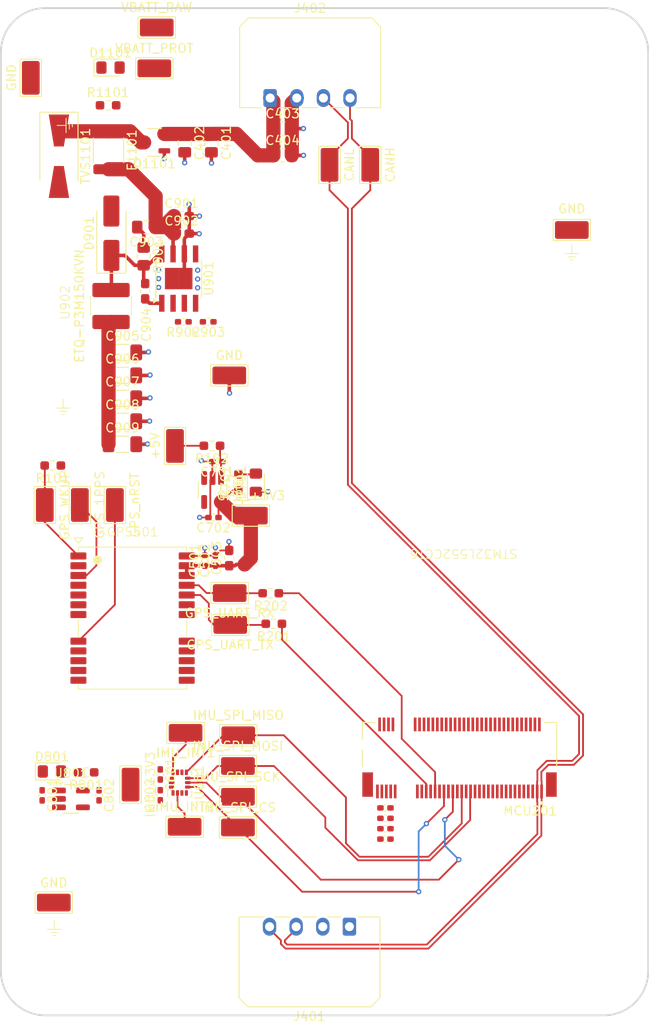
<source format=kicad_pcb>
(kicad_pcb (version 20241229) (generator "pcbnew") (generator_version "9.0")
  (layers (0 "F.Cu" signal) (4 "In1.Cu" signal) (6 "In2.Cu" signal) (2 "B.Cu" signal) (13 "F.Paste" user) (15 "B.Paste" user) (5 "F.SilkS" user "F.Silkscreen") (7 "B.SilkS" user "B.Silkscreen") (1 "F.Mask" user) (3 "B.Mask" user) (25 "Edge.Cuts" user))
  (net 0 "")
  (net 1 "/Main IO/VBATT+")
  (net 2 "GND")
  (net 3 "/GPS/PP3300_GPS_VCC")
  (net 4 "/IMU/PP3300_IMU_VDD")
  (net 5 "+5V")
  (net 6 "/Power/5V Buck/PPVAR_VBATT_PROT")
  (net 7 "/Power/5V Buck/Rsnub")
  (net 8 "/Power/5V Buck/SWITCH_NODE")
  (net 9 "Net-(D801-A)")
  (net 10 "Net-(U901-BOOT)")
  (net 11 "Net-(D701-A)")
  (net 12 "/Power/5V Buck/BUCK_VSENSE")
  (net 13 "/IMU_SPI.MOSI")
  (net 14 "/IMU_SPI.CS")
  (net 17 "/IMU/IMU_INT2")
  (net 18 "/IMU_SPI.MISO")
  (net 19 "/IMU/IMU_INT1")
  (net 20 "/IMU_SPI.SCK")
  (net 21 "/GPS/GPS_LDO_EN")
  (net 23 "/IMU/GPS Power/LDO_EN")
  (net 24 "Net-(D1101-A)")
  (net 25 "Net-(Q1101-D)")
  (net 26 "/GPS/GPS_VDD_RF")
  (net 32 "/GPS/GPS_UART.RX")
  (net 34 "/GPS/GPS_UART.TX")
  (net 36 "/GPS/GPS_nRST")
  (net 40 "/GPS/GPS_ANT_ON")
  (net 41 "/GPS/GPS_1PPS")
  (net 42 "/GPS/GPS_WKUP")
  (net 43 "/GPS/GPS_ANTENNA")
  (net 69 "/GPS/PP5000_GPS_VSUPP")
  (net 70 "/Microcontroller/GPS_WKUP")
  (net 71 "Net-(MCU201A-PA1)")
  (net 72 "Net-(MCU201A-PA0)")
  (net 73 "/CAN-")
  (net 74 "/CAN+")
  (footprint "bfr_utilities:TestPoint_Keystone_5019_Miniature" (layer "F.Cu") (at 66.42 124.783334 180)
    (property "Reference" "TP607" (hide yes))
    (property "Value" "IMU_SPI_SCK")
  )
  (footprint "bfr_utilities:TestPoint_Keystone_5019_Miniature" (layer "F.Cu") (at 65.45 77.310001)
    (property "Reference" "TP308" (hide yes))
    (property "Value" "GND")
  )
  (footprint "Diode_SMD:D_0805_2012Metric_Pad1.15x1.40mm_HandSolder" (layer "F.Cu") (at 45.46 121.933334)
    (property "Reference" "D801")
    (property "Value" "Green")
  )
  (footprint "Resistor_SMD:R_0603_1608Metric_Pad0.98x0.95mm_HandSolder" (layer "F.Cu") (at 70.11625 101.85375 180)
    (property "Reference" "R202")
    (property "Value" "0")
  )
  (footprint "bfr_utilities:TestPoint_Keystone_5019_Miniature" (layer "F.Cu") (at 54.32 123.413334 90)
    (property "Reference" "TP601" (hide yes))
    (property "Value" "IMU_+3V3")
  )
  (footprint "bfr_utilities:TestPoint_Keystone_5019_Miniature" (layer "F.Cu") (at 66.46 117.856666 180)
    (property "Reference" "TP605" (hide yes))
    (property "Value" "IMU_SPI_MISO")
  )
  (footprint "bfr_utilities:TestPoint_Keystone_5019_Miniature" (layer "F.Cu") (at 59.32625 85.256249 -90)
    (property "Reference" "TP303" (hide yes))
    (property "Value" "+5V")
  )
  (footprint "Capacitor_SMD:C_0402_1005Metric_Pad0.74x0.62mm_HandSolder" (layer "F.Cu") (at 50.77 124.623333 -90)
    (property "Reference" "C802")
    (property "Value" "2.2u")
  )
  (footprint "Diode_SMD:D_0805_2012Metric_Pad1.15x1.40mm_HandSolder" (layer "F.Cu") (at 52.0625 42.63)
    (property "Reference" "D1101")
    (property "Value" "Green")
  )
  (footprint "Capacitor_SMD:C_0805_2012Metric_Pad1.18x1.45mm_HandSolder" (layer "F.Cu") (at 56.11 60.605002 180)
    (property "Reference" "C903")
    (property "Value" "1.8p")
  )
  (footprint "Resistor_SMD:R_0603_1608Metric_Pad0.98x0.95mm_HandSolder" (layer "F.Cu") (at 66.463751 89.371249 90)
    (property "Reference" "R701")
    (property "Value" "120")
  )
  (footprint "Diode_SMD:D_SMA-SMB_Universal_Handsoldering" (layer "F.Cu") (at 46.25 52.62 -90)
    (property "Reference" "TVS1101")
    (property "Value" "16Vrwm")
  )
  (footprint "Capacitor_SMD:C_0603_1608Metric_Pad1.08x0.95mm_HandSolder" (layer "F.Cu") (at 60.072501 61.335)
    (property "Reference" "C902")
    (property "Value" "22u")
  )
  (footprint "bfr_utilities:TestPoint_Keystone_5019_Miniature" (layer "F.Cu") (at 44.65625 91.91375 90)
    (property "Reference" "TP503" (hide yes))
    (property "Value" "GPS_WKUP")
  )
  (footprint "Resistor_SMD:R_0805_2012Metric_Pad1.20x1.40mm_HandSolder" (layer "F.Cu") (at 55.8 63.905 -90)
    (property "Reference" "R901")
    (property "Value" "180k")
  )
  (footprint "Resistor_SMD:R_0603_1608Metric_Pad0.98x0.95mm_HandSolder" (layer "F.Cu") (at 45.55625 87.46375 180)
    (property "Reference" "R101")
    (property "Value" "0")
  )
  (footprint "Fuse:Fuse_1812_4532Metric" (layer "F.Cu") (at 51.83 51.9475 -90)
    (property "Reference" "F1101")
    (property "Value" "500mA")
  )
  (footprint "Capacitor_SMD:C_0402_1005Metric_Pad0.74x0.62mm_HandSolder" (layer "F.Cu") (at 57.67 124.608334 90)
    (property "Reference" "C602")
    (property "Value" "100n")
  )
  (footprint "Package_LGA:LGA-14_3x2.5mm_P0.5mm_LayoutBorder3x4y" (layer "F.Cu") (at 59.8575 123.19083 -90)
    (property "Reference" "U601")
    (property "Value" "LSM6DSOTR")
  )
  (footprint "Capacitor_SMD:C_0402_1005Metric_Pad0.74x0.62mm_HandSolder" (layer "F.Cu") (at 44.36 124.623334 -90)
    (property "Reference" "C801")
    (property "Value" "2.2u")
  )
  (footprint "Capacitor_SMD:C_0402_1005Metric_Pad0.74x0.62mm_HandSolder" (layer "F.Cu") (at 83.042496 126.038747 180)
    (property "Reference" "C204" (hide yes))
    (property "Value" "100n")
  )
  (footprint "bfr_inductors:BWVS005050404R7M00" (layer "F.Cu") (at 52.12 69.495 -90)
    (property "Reference" "U902")
    (property "Value" "ETQ-P3M150KVN")
  )
  (footprint "Resistor_SMD:R_0402_1005Metric_Pad0.72x0.64mm_HandSolder" (layer "F.Cu") (at 63.067502 71.275 180)
    (property "Reference" "R903")
    (property "Value" "3.3k")
  )
  (footprint "bfr_utilities:TestPoint_Keystone_5019_Miniature" (layer "F.Cu") (at 45.67 136.702499)
    (property "Reference" "TP305" (hide yes))
    (property "Value" "GND")
  )
  (footprint "Capacitor_SMD:C_0603_1608Metric_Pad1.08x0.95mm_HandSolder" (layer "F.Cu") (at 60.072501 59.365)
    (property "Reference" "C901")
    (property "Value" "22u")
  )
  (footprint "Connector_Molex:Molex_Micro-Fit_3.0_43650-0400_1x04_P3.00mm_Horizontal" (layer "F.Cu") (at 70.05 46.06)
    (property "Reference" "J402")
    (property "Value" "Connector")
  )
  (footprint "Capacitor_SMD:C_0402_1005Metric_Pad0.74x0.62mm_HandSolder" (layer "F.Cu") (at 57.67 122.270834 -90)
    (property "Reference" "C601")
    (property "Value" "100n")
  )
  (footprint "bfr_utilities:TestPoint_Keystone_5019_Miniature" (layer "F.Cu") (at 66.42 128.246665 180)
    (property "Reference" "TP604" (hide yes))
    (property "Value" "IMU_SPI_CS")
  )
  (footprint "bfr_utilities:TestPoint_Keystone_5019_Miniature" (layer "F.Cu") (at 48.60625 91.91375 90)
    (property "Reference" "TP504" (hide yes))
    (property "Value" "GPS_1PPS")
  )
  (footprint "Capacitor_SMD:C_0603_1608Metric_Pad1.08x0.95mm_HandSolder" (layer "F.Cu") (at 55.97 67.825 90)
    (property "Reference" "C904")
    (property "Value" "10n")
  )
  (footprint "bfr_utilities:TestPoint_Keystone_5019_Miniature" (layer "F.Cu") (at 76.74 53.59 90)
    (property "Reference" "TP206" (hide yes))
    (property "Value" "CANL")
  )
  (footprint "Capacitor_SMD:C_0805_2012Metric_Pad1.18x1.45mm_HandSolder" (layer "F.Cu") (at 60.420001 51.1375 -90)
    (property "Reference" "C402")
    (property "Value" "22u")
  )
  (footprint "Capacitor_SMD:C_0805_2012Metric_Pad1.18x1.45mm_HandSolder" (layer "F.Cu") (at 63.43 51.1375 -90)
    (property "Reference" "C401")
    (property "Value" "22u")
  )
  (footprint "Capacitor_SMD:C_0402_1005Metric_Pad0.74x0.62mm_HandSolder" (layer "F.Cu") (at 83.042496 129.5525 180)
    (property "Reference" "C201" (hide yes))
    (property "Value" "100n")
  )
  (footprint "Capacitor_SMD:C_0402_1005Metric_Pad0.74x0.62mm_HandSolder" (layer "F.Cu") (at 83.042499 128.38125 180)
    (property "Reference" "C202" (hide yes))
    (property "Value" "100n")
  )
  (footprint "Resistor_SMD:R_0603_1608Metric_Pad0.98x0.95mm_HandSolder" (layer "F.Cu") (at 49.31 122.033334 180)
    (property "Reference" "R801")
    (property "Value" "120")
  )
  (footprint "Capacitor_SMD:C_1206_3216Metric_Pad1.33x1.80mm_HandSolder" (layer "F.Cu") (at 53.4 79.895)
    (property "Reference" "C907")
    (property "Value" "100u")
  )
  (footprint "Resistor_SMD:R_0603_1608Metric_Pad0.98x0.95mm_HandSolder" (layer "F.Cu") (at 70.46625 105.29375 180)
    (property "Reference" "R201")
    (property "Value" "0")
  )
  (footprint "Package_TO_SOT_SMD:SOT-23-5_HandSoldering" (layer "F.Cu") (at 47.6 125.023335)
    (property "Reference" "U801")
    (property "Value" "TPS7A2033PDBVR")
  )
  (footprint "Diode_SMD:D_SMA_Handsoldering" (layer "F.Cu") (at 52.16 61.2925 90)
    (property "Reference" "D901")
    (property "Value" "550m")
  )
  (footprint "bfr_utilities:TestPoint_Keystone_5019_Miniature" (layer "F.Cu") (at 57 42.715 180)
    (property "Reference" "TP302" (hide yes))
    (property "Value" "VBATT_PROT")
  )
  (footprint "Resistor_SMD:R_0603_1608Metric_Pad0.98x0.95mm_HandSolder" (layer "F.Cu") (at 51.79 46.88)
    (property "Reference" "R1101")
    (property "Value" "1.8k")
  )
  (footprint "Capacitor_SMD:C_0603_1608Metric_Pad1.08x0.95mm_HandSolder" (layer "F.Cu") (at 65.43625 97.891248 90)
    (property "Reference" "C503")
    (property "Value" "4.7u")
  )
  (footprint "bfr_utilities:TestPoint_Keystone_5019_Miniature" (layer "F.Cu") (at 65.55625 105.42375)
    (property "Reference" "TP502" (hide yes))
    (property "Value" "GPS_UART_TX")
  )
  (footprint "bfr_sensors:Quectel LC49" (layer "F.Cu") (at 54.54625 104.653749)
    (property "Reference" "GPS501")
    (property "Value" "LC29HEAMD")
  )
  (footprint "Package_TO_SOT_SMD:SOT-23-5_HandSoldering" (layer "F.Cu") (at 63.56375 90.221249 -90)
    (property "Reference" "U701")
    (property "Value" "TPS7A2033PDBVR")
  )
  (footprint "Capacitor_SMD:C_0805_2012Metric_Pad1.18x1.45mm_HandSolder" (layer "F.Cu") (at 71.45 49.51)
    (property "Reference" "C403")
    (property "Value" "22u")
  )
  (footprint "bfr_utilities:TestPoint_Keystone_5019_Miniature" (layer "F.Cu") (at 52.55625 91.91375 90)
    (property "Reference" "TP505" (hide yes))
    (property "Value" "GPS_nRST")
  )
  (footprint "bfr_utilities:TestPoint_Keystone_5019_Miniature" (layer "F.Cu") (at 81.33 53.59 90)
    (property "Reference" "TP205" (hide yes))
    (property "Value" "CANH")
  )
  (footprint "Diode_SMD:D_0805_2012Metric_Pad1.15x1.40mm_HandSolder" (layer "F.Cu") (at 68.443751 89.398749 90)
    (property "Reference" "D701")
    (property "Value" "Green")
  )
  (footprint "Resistor_SMD:R_0603_1608Metric_Pad0.98x0.95mm_HandSolder" (layer "F.Cu") (at 63.49625 85.236249 180)
    (property "Reference" "R102")
    (property "Value" "0")
  )
  (footprint "bfr_utilities:TestPoint_Keystone_5019_Miniature" (layer "F.Cu") (at 65.48625 101.83375)
    (property "Reference" "TP501" (hide yes))
    (property "Value" "GPS_UART_RX")
  )
  (footprint "Capacitor_SMD:C_0402_1005Metric_Pad0.74x0.62mm_HandSolder" (layer "F.Cu") (at 83.042496 127.209998 180)
    (property "Reference" "C203" (hide yes))
    (property "Value" "100n")
  )
  (footprint "bfr_utilities:TestPoint_Keystone_5019_Miniature" (layer "F.Cu") (at 57.27 38.115 180)
    (property "Reference" "TP301" (hide yes))
    (property "Value" "VBATT_RAW")
  )
  (footprint "bfr_utilities:TestPoint_Keystone_5019_Miniature" (layer "F.Cu") (at 66.42 121.32 180)
    (property "Reference" "TP606" (hide yes))
    (property "Value" "IMU_SPI_MOSI")
  )
  (footprint "Capacitor_SMD:C_0402_1005Metric_Pad0.74x0.62mm_HandSolder" (layer "F.Cu") (at 64.10375 87.02125 180)
    (property "Reference" "C701")
    (property "Value" "2.2u")
  )
  (footprint "Package_TO_SOT_SMD:SOT-23-3" (layer "F.Cu") (at 56.99 51.06 180)
    (property "Reference" "Q1101")
    (property "Value" "SI2301CDS-T1-GE3")
  )
  (footprint "Capacitor_SMD:C_1206_3216Metric_Pad1.33x1.80mm_HandSolder" (layer "F.Cu") (at 53.400001 85.065)
    (property "Reference" "C909")
    (property "Value" "100u")
  )
  (footprint "Capacitor_SMD:C_0402_1005Metric_Pad0.74x0.62mm_HandSolder" (layer "F.Cu") (at 63.86625 98.186249 90)
    (property "Reference" "C502")
    (property "Value" "100n")
  )
  (footprint "bfr_utilities:TestPoint_Keystone_5019_Miniature" (layer "F.Cu") (at 67.87375 93.108749 180)
    (property "Reference" "TP506" (hide yes))
    (property "Value" "GPS_+3V3")
  )
  (footprint "Capacitor_SMD:C_0402_1005Metric_Pad0.74x0.62mm_HandSolder" (layer "F.Cu") (at 62.68625 98.186249 90)
    (property "Reference" "C501")
    (property "Value" "33p")
  )
  (footprint "Capacitor_SMD:C_1206_3216Metric_Pad1.33x1.80mm_HandSolder" (layer "F.Cu") (at 53.4 74.725001)
    (property "Reference" "C905")
    (property "Value" "100u")
  )
  (footprint "bfr_utilities:TestPoint_Keystone_5019_Miniature" (layer "F.Cu") (at 43.08 43.785 90)
    (property "Reference" "TP307" (hide yes))
    (property "Value" "GND")
  )
  (footprint "Package_SO:TI_SO-PowerPAD-8" (layer "F.Cu") (at 59.745 66.4025 90)
    (property "Reference" "U901")
    (property "Value" "TPS5430DDAR")
  )
  (footprint "Capacitor_SMD:C_0402_1005Metric_Pad0.74x0.62mm_HandSolder" (layer "F.Cu") (at 63.66375 93.321249 180)
    (property "Reference" "C702")
    (property "Value" "2.2u")
  )
  (footprint "bfr_utilities:TestPoint_Keystone_5019_Miniature" (layer "F.Cu") (at 104.04 60.93)
    (property "Reference" "TP306" (hide yes))
    (property "Value" "GND")
  )
  (footprint "bfr_utilities:TestPoint_Keystone_5019_Miniature" (layer "F.Cu") (at 60.52 117.583334)
    (property "Reference" "TP603" (hide yes))
    (property "Value" "IMU_INT1")
  )
  (footprint "Capacitor_SMD:C_1206_3216Metric_Pad1.33x1.80mm_HandSolder" (layer "F.Cu") (at 53.4 82.48)
    (property "Reference" "C908")
    (property "Value" "100u")
  )
  (footprint "Resistor_SMD:R_0402_1005Metric_Pad0.72x0.64mm_HandSolder" (layer "F.Cu") (at 60.267501 71.275 180)
    (property "Reference" "R902")
    (property "Value" "10k")
  )
  (footprint "bfr_utilities:TestPoint_Keystone_5019_Miniature" (layer "F.Cu") (at 60.41 128.166666 180)
    (property "Reference" "TP602" (hide yes))
    (property "Value" "IMU_INT2")
  )
  (footprint "Capacitor_SMD:C_0805_2012Metric_Pad1.18x1.45mm_HandSolder" (layer "F.Cu") (at 71.45 52.52)
    (property "Reference" "C404")
    (property "Value" "22u")
  )
  (footprint "Capacitor_SMD:C_1206_3216Metric_Pad1.33x1.80mm_HandSolder" (layer "F.Cu") (at 53.4 77.310001)
    (property "Reference" "C906")
    (property "Value" "100u")
  )
  (footprint "Connector_Molex:Molex_Micro-Fit_3.0_43650-0400_1x04_P3.00mm_Horizontal" (layer "F.Cu") (at 78.98 139.42 180)
    (property "Reference" "J401")
    (property "Value" "Connector")
  )
  (footprint "bfr_connectors:TE_1-2199119-5" (layer "F.Cu") (at 91.385 120.41 180)
    (property "Reference" "MCU201")
    (property "Value" "Krill")
  )
  (gr_line (start 46.87 81.71) (end 46.55 81.71) (stroke (width 0.1)) (layer "F.SilkS"))
  (gr_line (start 46.05 49.15) (end 47.05 49.15) (stroke (width 0.1)) (layer "F.SilkS"))
  (gr_line (start 47.76 49) (end 47.76 49.32) (stroke (width 0.1)) (layer "F.SilkS"))
  (gr_line (start 47.42 48.73) (end 47.42 49.56) (stroke (width 0.1)) (layer "F.SilkS"))
  (gr_line (start 46.14 140.09) (end 45.31 140.09) (stroke (width 0.1)) (layer "F.SilkS"))
  (gr_line (start 104.835 63.59) (end 103.225 63.59) (stroke (width 0.1)) (layer "F.SilkS"))
  (gr_line (start 47.525 81) (end 45.915 81) (stroke (width 0.1)) (layer "F.SilkS"))
  (gr_line (start 47.05 48.345) (end 47.05 49.955) (stroke (width 0.1)) (layer "F.SilkS"))
  (gr_line (start 46.525 139.72) (end 44.915 139.72) (stroke (width 0.1)) (layer "F.SilkS"))
  (gr_line (start 47.14 81.37) (end 46.31 81.37) (stroke (width 0.1)) (layer "F.SilkS"))
  (gr_line (start 45.87 140.43) (end 45.55 140.43) (stroke (width 0.1)) (layer "F.SilkS"))
  (gr_line (start 46.72 80) (end 46.72 81) (stroke (width 0.1)) (layer "F.SilkS"))
  (gr_line (start 104.03 62.59) (end 104.03 63.59) (stroke (width 0.1)) (layer "F.SilkS"))
  (gr_line (start 45.72 138.72) (end 45.72 139.72) (stroke (width 0.1)) (layer "F.SilkS"))
  (gr_line (start 104.45 63.96) (end 103.62 63.96) (stroke (width 0.1)) (layer "F.SilkS"))
  (gr_line (start 104.18 64.3) (end 103.86 64.3) (stroke (width 0.1)) (layer "F.SilkS"))
  (gr_arc (start 107.65 35.93) (mid 111.185534 37.394466) (end 112.65 40.93) (stroke (width 0.2)) (layer "Edge.Cuts"))
  (gr_arc (start 39.71 40.93) (mid 41.174466 37.394466) (end 44.71 35.93) (stroke (width 0.2)) (layer "Edge.Cuts"))
  (gr_line (start 39.71 144.41) (end 39.71 40.93) (stroke (width 0.2)) (layer "Edge.Cuts"))
  (gr_line (start 44.71 35.93) (end 107.65 35.93) (stroke (width 0.2)) (layer "Edge.Cuts"))
  (gr_line (start 107.65 149.41) (end 44.71 149.41) (stroke (width 0.2)) (layer "Edge.Cuts"))
  (gr_arc (start 44.71 149.41) (mid 41.174466 147.945534) (end 39.71 144.41) (stroke (width 0.2)) (layer "Edge.Cuts"))
  (gr_arc (start 112.65 144.41) (mid 111.185534 147.945534) (end 107.65 149.41) (stroke (width 0.2)) (layer "Edge.Cuts"))
  (gr_line (start 112.65 40.93) (end 112.65 144.41) (stroke (width 0.2)) (layer "Edge.Cuts"))
  (via (at 61.88 65.46) (size 0.6) (drill 0.3) (layers "F.Cu" "B.Cu") (net 0))
  (via (at 57.48 65.42) (size 0.6) (drill 0.3) (layers "F.Cu" "B.Cu") (net 0))
  (via (at 57.48 66.41) (size 0.6) (drill 0.3) (layers "F.Cu" "B.Cu") (net 0))
  (via (at 57.48 67.4) (size 0.6) (drill 0.3) (layers "F.Cu" "B.Cu") (net 0))
  (via (at 61.88 67.44) (size 0.6) (drill 0.3) (layers "F.Cu" "B.Cu") (net 0))
  (via (at 61.88 66.45) (size 0.6) (drill 0.3) (layers "F.Cu" "B.Cu") (net 0))
  (segment (start 70.4125 46.4225) (end 70.05 46.06) (width 1.6) (layer "F.Cu") (net 1))
  (segment (start 58.1275 50.110001) (end 63.419999 50.110001) (width 1.6) (layer "F.Cu") (net 1))
  (segment (start 70.4125 52.52) (end 70.4125 46.4225) (width 1.6) (layer "F.Cu") (net 1))
  (segment (start 66.24 50.1) (end 63.43 50.1) (width 1.6) (layer "F.Cu") (net 1))
  (segment (start 68.66 52.52) (end 66.24 50.1) (width 1.6) (layer "F.Cu") (net 1))
  (segment (start 63.419999 50.110001) (end 63.43 50.1) (width 0.2) (layer "F.Cu") (net 1))
  (segment (start 70.4125 52.52) (end 68.66 52.52) (width 1.6) (layer "F.Cu") (net 1))
  (segment (start 62.546251 97.653749) (end 60.64625 97.653749) (width 0.2) (layer "F.Cu") (net 2))
  (segment (start 63.53625 87.02125) (end 63.53625 88.843749) (width 0.2) (layer "F.Cu") (net 2))
  (segment (start 64.456252 97.028747) (end 63.86625 97.618749) (width 0.2) (layer "F.Cu") (net 2))
  (segment (start 63.09625 93.321249) (end 62.113749 93.321249) (width 0.2) (layer "F.Cu") (net 2))
  (segment (start 56.215 85.065) (end 56.24 85.04) (width 0.4) (layer "F.Cu") (net 2))
  (segment (start 72.4875 52.52) (end 73.8 52.52) (width 0.4) (layer "F.Cu") (net 2))
  (segment (start 60.935002 58.055002) (end 60.92 58.04) (width 0.4) (layer "F.Cu") (net 2))
  (segment (start 54.9625 79.895) (end 56.465 79.895) (width 0.4) (layer "F.Cu") (net 2))
  (segment (start 63.86625 97.618749) (end 62.68625 97.618749) (width 0.2) (layer "F.Cu") (net 2))
  (segment (start 60.935002 59.365) (end 60.935002 58.055002) (width 0.4) (layer "F.Cu") (net 2))
  (segment (start 60.935002 59.365) (end 62.075 59.365) (width 0.4) (layer "F.Cu") (net 2))
  (segment (start 62.68625 97.618749) (end 62.68625 96.75375) (width 0.2) (layer "F.Cu") (net 2))
  (segment (start 54.9625 74.725001) (end 56.284999 74.725001) (width 0.4) (layer "F.Cu") (net 2))
  (segment (start 54.962501 85.065) (end 56.215 85.065) (width 0.4) (layer "F.Cu") (net 2))
  (segment (start 58.1275 52.8825) (end 58.12 52.89) (width 0.2) (layer "F.Cu") (net 2))
  (segment (start 69.806252 90.423748) (end 69.81625 90.41375) (width 0.2) (layer "F.Cu") (net 2))
  (segment (start 60.935002 61.335) (end 62.035 61.335) (width 0.4) (layer "F.Cu") (net 2))
  (segment (start 68.443751 90.423748) (end 69.806252 90.423748) (width 0.2) (layer "F.Cu") (net 2))
  (segment (start 63.86625 96.74375) (end 63.88625 96.72375) (width 0.2) (layer "F.Cu") (net 2))
  (segment (start 63.30625 89.128749) (end 63.56375 88.871249) (width 0.2) (layer "F.Cu") (net 2))
  (segment (start 62.075 59.365) (end 62.08 59.37) (width 0.4) (layer "F.Cu") (net 2))
  (segment (start 62.68625 97.618749) (end 62.581251 97.618749) (width 0.2) (layer "F.Cu") (net 2))
  (segment (start 65.45 79.28) (end 65.47 79.3) (width 0.4) (layer "F.Cu") (net 2))
  (segment (start 60.38 63.6225) (end 60.38 65.66) (width 0.4) (layer "F.Cu") (net 2))
  (segment (start 58.1275 52.009999) (end 58.1275 52.8825) (width 0.4) (layer "F.Cu") (net 2))
  (segment (start 54.9625 82.48) (end 56.44 82.48) (width 0.4) (layer "F.Cu") (net 2))
  (segment (start 63.86625 97.618749) (end 63.86625 96.74375) (width 0.2) (layer "F.Cu") (net 2))
  (segment (start 56.44 82.48) (end 56.46 82.46) (width 0.4) (layer "F.Cu") (net 2))
  (segment (start 73.79 49.51) (end 73.8 49.5) (width 0.2) (layer "F.Cu") (net 2))
  (segment (start 65.43625 97.028747) (end 64.456252 97.028747) (width 0.2) (layer "F.Cu") (net 2))
  (segment (start 60.38 65.66) (end 60.52 65.8) (width 0.4) (layer "F.Cu") (net 2))
  (segment (start 60.38 61.890002) (end 60.935002 61.335) (width 0.4) (layer "F.Cu") (net 2))
  (segment (start 72.4875 46.6225) (end 73.05 46.06) (width 1.6) (layer "F.Cu") (net 2))
  (segment (start 72.4875 52.52) (end 72.4875 46.6225) (width 1.6) (layer "F.Cu") (net 2))
  (segment (start 63.09625 93.321249) (end 63.30625 93.111249) (width 0.2) (layer "F.Cu") (net 2))
  (segment (start 62.39375 87.02125) (end 62.28625 86.91375) (width 0.2) (layer "F.Cu") (net 2))
  (segment (start 56.465 79.895) (end 56.51 79.85) (width 0.4) (layer "F.Cu") (net 2))
  (segment (start 72.4875 49.51) (end 73.79 49.51) (width 0.4) (layer "F.Cu") (net 2))
  (segment (start 62.113749 93.321249) (end 62.10625 93.31375) (width 0.2) (layer "F.Cu") (net 2))
  (segment (start 63.53625 88.843749) (end 63.56375 88.871249) (width 0.2) (layer "F.Cu") (net 2))
  (segment (start 60.420001 52.175) (end 60.42 53.35) (width 0.4) (layer "F.Cu") (net 2))
  (segment (start 62.035 61.335) (end 62.05 61.35) (width 0.4) (layer "F.Cu") (net 2))
  (segment (start 65.40625 96.998747) (end 65.43625 97.028747) (width 0.2) (layer "F.Cu") (net 2))
  (segment (start 63.43 52.175) (end 63.43 53.38) (width 0.4) (layer "F.Cu") (net 2))
  (segment (start 63.53625 87.02125) (end 62.39375 87.02125) (width 0.2) (layer "F.Cu") (net 2))
  (segment (start 54.9625 77.310001) (end 56.469999 77.310001) (width 0.4) (layer "F.Cu") (net 2))
  (segment (start 56.469999 77.310001) (end 56.51 77.27) (width 0.4) (layer "F.Cu") (net 2))
  (segment (start 63.30625 93.111249) (end 63.30625 89.128749) (width 0.2) (layer "F.Cu") (net 2))
  (segment (start 56.284999 74.725001) (end 56.34 74.67) (width 0.4) (layer "F.Cu") (net 2))
  (segment (start 65.40625 96.03375) (end 65.40625 96.998747) (width 0.2) (layer "F.Cu") (net 2))
  (segment (start 65.45 77.310001) (end 65.45 79.28) (width 0.4) (layer "F.Cu") (net 2))
  (segment (start 60.38 63.6225) (end 60.38 61.890002) (width 0.4) (layer "F.Cu") (net 2))
  (segment (start 60.935002 61.335) (end 60.935002 59.365) (width 0.4) (layer "F.Cu") (net 2))
  (segment (start 62.581251 97.618749) (end 62.546251 97.653749) (width 0.2) (layer "F.Cu") (net 2))
  (segment (start 63.43 53.38) (end 63.44 53.39) (width 0.2) (layer "F.Cu") (net 2))
  (via (at 56.51 77.27) (size 0.6) (drill 0.3) (layers "F.Cu" "B.Cu") (net 2))
  (via (at 65.40625 96.03375) (size 0.6) (drill 0.3) (layers "F.Cu" "B.Cu") (net 2))
  (via (at 63.88625 96.72375) (size 0.6) (drill 0.3) (layers "F.Cu" "B.Cu") (net 2))
  (via (at 65.47 79.3) (size 0.6) (drill 0.3) (layers "F.Cu" "B.Cu") (net 2))
  (via (at 62.08 59.37) (size 0.6) (drill 0.3) (layers "F.Cu" "B.Cu") (net 2))
  (via (at 56.24 85.04) (size 0.6) (drill 0.3) (layers "F.Cu" "B.Cu") (net 2))
  (via (at 62.68625 96.75375) (size 0.6) (drill 0.3) (layers "F.Cu" "B.Cu") (net 2))
  (via (at 56.46 82.46) (size 0.6) (drill 0.3) (layers "F.Cu" "B.Cu") (net 2))
  (via (at 62.05 61.35) (size 0.6) (drill 0.3) (layers "F.Cu" "B.Cu") (net 2))
  (via (at 63.44 53.39) (size 0.6) (drill 0.3) (layers "F.Cu" "B.Cu") (net 2))
  (via (at 73.8 52.52) (size 0.6) (drill 0.3) (layers "F.Cu" "B.Cu") (net 2))
  (via (at 60.92 58.04) (size 0.6) (drill 0.3) (layers "F.Cu" "B.Cu") (net 2))
  (via (at 73.8 49.5) (size 0.6) (drill 0.3) (layers "F.Cu" "B.Cu") (net 2))
  (via (at 56.34 74.67) (size 0.6) (drill 0.3) (layers "F.Cu" "B.Cu") (net 2))
  (via (at 58.12 52.89) (size 0.6) (drill 0.3) (layers "F.Cu" "B.Cu") (net 2))
  (via (at 62.10625 93.31375) (size 0.6) (drill 0.3) (layers "F.Cu" "B.Cu") (net 2))
  (via (at 69.81625 90.41375) (size 0.6) (drill 0.3) (layers "F.Cu" "B.Cu") (net 2))
  (via (at 62.28625 86.91375) (size 0.6) (drill 0.3) (layers "F.Cu" "B.Cu") (net 2))
  (via (at 56.51 79.85) (size 0.6) (drill 0.3) (layers "F.Cu" "B.Cu") (net 2))
  (via (at 60.42 53.35) (size 0.6) (drill 0.3) (layers "F.Cu" "B.Cu") (net 2))
  (segment (start 66.22625 98.61375) (end 66.086251 98.753749) (width 0.4) (layer "F.Cu") (net 3))
  (segment (start 60.64625 99.853749) (end 60.646249 98.753749) (width 0.4) (layer "F.Cu") (net 3))
  (segment (start 65.80125 90.283749) (end 66.463751 90.283749) (width 0.2) (layer "F.Cu") (net 3))
  (segment (start 67.16625 98.61375) (end 66.22625 98.61375) (width 0.4) (layer "F.Cu") (net 3))
  (segment (start 67.87375 93.108749) (end 67.87375 97.90625) (width 1.6) (layer "F.Cu") (net 3))
  (segment (start 64.23125 91.853749) (end 64.51375 91.571249) (width 0.2) (layer "F.Cu") (net 3))
  (segment (start 64.51375 91.571249) (end 66.05125 93.108749) (width 1.6) (layer "F.Cu") (net 3))
  (segment (start 64.23125 93.321249) (end 64.23125 91.853749) (width 0.2) (layer "F.Cu") (net 3))
  (segment (start 64.51375 91.571249) (end 65.80125 90.283749) (width 0.2) (layer "F.Cu") (net 3))
  (segment (start 67.87375 97.90625) (end 67.16625 98.61375) (width 1.6) (layer "F.Cu") (net 3))
  (segment (start 65.43625 98.753749) (end 60.646249 98.753749) (width 0.4) (layer "F.Cu") (net 3))
  (segment (start 66.05125 93.108749) (end 67.87375 93.108749) (width 1.6) (layer "F.Cu") (net 3))
  (segment (start 66.086251 98.753749) (end 65.43625 98.753749) (width 0.4) (layer "F.Cu") (net 3))
  (segment (start 51.8375 85.065) (end 51.8375 71.5775) (width 1.6) (layer "F.Cu") (net 5))
  (segment (start 51.8375 71.5775) (end 52.12 71.294999) (width 1.6) (layer "F.Cu") (net 5))
  (segment (start 62.58375 85.236249) (end 59.346251 85.236249) (width 0.2) (layer "F.Cu") (net 5))
  (segment (start 59.21 59.365) (end 59.21 61.335) (width 1.6) (layer "F.Cu") (net 6))
  (segment (start 57.1475 60.605002) (end 57.969998 60.605002) (width 1.6) (layer "F.Cu") (net 6))
  (segment (start 54.095 54.085) (end 57.1475 57.1375) (width 1.6) (layer "F.Cu") (net 6))
  (segment (start 57.969998 60.605002) (end 59.21 59.365) (width 1.6) (layer "F.Cu") (net 6))
  (segment (start 57.1475 57.1375) (end 57.1475 60.605002) (width 1.6) (layer "F.Cu") (net 6))
  (segment (start 51.83 54.085) (end 54.095 54.085) (width 1.6) (layer "F.Cu") (net 6))
  (segment (start 57.1475 60.605002) (end 58.480002 60.605002) (width 1.6) (layer "F.Cu") (net 6))
  (segment (start 58.480002 60.605002) (end 59.21 61.335) (width 1.6) (layer "F.Cu") (net 6))
  (segment (start 59.11 63.6225) (end 59.11 61.435) (width 0.4) (layer "F.Cu") (net 6))
  (segment (start 59.11 61.435) (end 59.21 61.335) (width 0.4) (layer "F.Cu") (net 6))
  (segment (start 55.8 62.905) (end 55.8 61.332502) (width 0.4) (layer "F.Cu") (net 7))
  (segment (start 55.8 61.332502) (end 55.0725 60.605002) (width 0.4) (layer "F.Cu") (net 7))
  (segment (start 56.285 64.905) (end 55.8 64.905) (width 0.4) (layer "F.Cu") (net 8))
  (segment (start 57.5675 63.6225) (end 56.285 64.905) (width 0.4) (layer "F.Cu") (net 8))
  (segment (start 55.8 66.792499) (end 55.97 66.962499) (width 0.4) (layer "F.Cu") (net 8))
  (segment (start 53.6825 63.7925) (end 52.16 63.7925) (width 0.4) (layer "F.Cu") (net 8))
  (segment (start 55.8 64.905) (end 55.8 66.792499) (width 0.4) (layer "F.Cu") (net 8))
  (segment (start 55.8 64.905) (end 54.795 64.905) (width 0.4) (layer "F.Cu") (net 8))
  (segment (start 54.795 64.905) (end 53.6825 63.7925) (width 0.4) (layer "F.Cu") (net 8))
  (segment (start 52.16 67.655) (end 52.12 67.695) (width 0.4) (layer "F.Cu") (net 8))
  (segment (start 52.16 63.7925) (end 52.16 67.655) (width 0.4) (layer "F.Cu") (net 8))
  (segment (start 57.84 63.6225) (end 57.5675 63.6225) (width 0.4) (layer "F.Cu") (net 8))
  (segment (start 56.464999 69.1825) (end 55.97 68.687501) (width 0.4) (layer "F.Cu") (net 10))
  (segment (start 57.84 69.1825) (end 56.464999 69.1825) (width 0.4) (layer "F.Cu") (net 10))
  (segment (start 66.463751 88.458749) (end 68.358752 88.458749) (width 0.2) (layer "F.Cu") (net 11))
  (segment (start 68.358752 88.458749) (end 68.443751 88.37375) (width 0.2) (layer "F.Cu") (net 11))
  (segment (start 64.133334 121.32) (end 62.762503 122.690831) (width 0.2) (layer "F.Cu") (net 13))
  (segment (start 66.42 121.32) (end 64.133334 121.32) (width 0.2) (layer "F.Cu") (net 13))
  (segment (start 76.27 128.2671) (end 79.9439 131.941) (width 0.2) (layer "F.Cu") (net 13))
  (segment (start 79.9439 131.941) (end 88.0461 131.941) (width 0.2) (layer "F.Cu") (net 13))
  (segment (start 92.586 124.234001) (end 92.635 124.185001) (width 0.2) (layer "F.Cu") (net 13))
  (segment (start 76.27 127.11) (end 76.27 128.2671) (width 0.2) (layer "F.Cu") (net 13))
  (segment (start 92.586 127.4011) (end 92.586 124.234001) (width 0.2) (layer "F.Cu") (net 13))
  (segment (start 62.762503 122.690831) (end 60.77 122.690831) (width 0.2) (layer "F.Cu") (net 13))
  (segment (start 66.42 121.32) (end 70.48 121.32) (width 0.2) (layer "F.Cu") (net 13))
  (segment (start 70.48 121.32) (end 76.27 127.11) (width 0.2) (layer "F.Cu") (net 13))
  (segment (start 88.0461 131.941) (end 92.586 127.4011) (width 0.2) (layer "F.Cu") (net 13))
  (segment (start 73.653335 135.48) (end 86.78 135.48) (width 0.2) (layer "F.Cu") (net 14))
  (segment (start 61.853661 123.680326) (end 66.42 128.246665) (width 0.2) (layer "F.Cu") (net 14))
  (segment (start 87.66 127.81) (end 89.635 125.835) (width 0.2) (layer "F.Cu") (net 14))
  (segment (start 66.42 128.246665) (end 73.653335 135.48) (width 0.2) (layer "F.Cu") (net 14))
  (segment (start 60.780503 123.680326) (end 61.853661 123.680326) (width 0.2) (layer "F.Cu") (net 14))
  (segment (start 89.635 125.835) (end 89.635 124.185) (width 0.2) (layer "F.Cu") (net 14))
  (segment (start 60.77 123.690829) (end 60.780503 123.680326) (width 0.2) (layer "F.Cu") (net 14))
  (via (at 86.78 135.48) (size 0.6) (drill 0.3) (layers "F.Cu" "B.Cu") (net 14))
  (via (at 87.66 127.81) (size 0.6) (drill 0.3) (layers "F.Cu" "B.Cu") (net 14))
  (segment (start 86.78 135.48) (end 86.78 128.69) (width 0.2) (layer "B.Cu") (net 14))
  (segment (start 86.78 128.69) (end 87.66 127.81) (width 0.2) (layer "B.Cu") (net 14))
  (segment (start 59.6075 124.35333) (end 59.6075 125.870834) (width 0.2) (layer "F.Cu") (net 17))
  (segment (start 59.6075 125.870834) (end 60.41 126.673334) (width 0.2) (layer "F.Cu") (net 17))
  (segment (start 60.41 126.673334) (end 60.41 128.166666) (width 0.2) (layer "F.Cu") (net 17))
  (segment (start 60.6075 122.028329) (end 64.779163 117.856666) (width 0.2) (layer "F.Cu") (net 18))
  (segment (start 78.59 124.86) (end 78.59 130.02) (width 0.2) (layer "F.Cu") (net 18))
  (segment (start 87.88 131.54) (end 91.635 127.785) (width 0.2) (layer "F.Cu") (net 18))
  (segment (start 71.586666 117.856666) (end 78.59 124.86) (width 0.2) (layer "F.Cu") (net 18))
  (segment (start 91.635 127.785) (end 91.635 124.185) (width 0.2) (layer "F.Cu") (net 18))
  (segment (start 64.779163 117.856666) (end 66.46 117.856666) (width 0.2) (layer "F.Cu") (net 18))
  (segment (start 80.11 131.54) (end 87.88 131.54) (width 0.2) (layer "F.Cu") (net 18))
  (segment (start 78.59 130.02) (end 80.11 131.54) (width 0.2) (layer "F.Cu") (net 18))
  (segment (start 66.46 117.856666) (end 71.586666 117.856666) (width 0.2) (layer "F.Cu") (net 18))
  (segment (start 59.1075 120.355834) (end 60.53 118.933334) (width 0.2) (layer "F.Cu") (net 19))
  (segment (start 60.53 118.933334) (end 60.53 117.566666) (width 0.2) (layer "F.Cu") (net 19))
  (segment (start 59.1075 122.028329) (end 59.1075 120.355834) (width 0.2) (layer "F.Cu") (net 19))
  (segment (start 90.635 126.465) (end 90.635 124.185) (width 0.2) (layer "F.Cu") (net 20))
  (segment (start 75.756666 134.12) (end 89.06 134.12) (width 0.2) (layer "F.Cu") (net 20))
  (segment (start 64.45 124.783334) (end 66.42 124.783334) (width 0.2) (layer "F.Cu") (net 20))
  (segment (start 89.06 134.12) (end 91.31 131.87) (width 0.2) (layer "F.Cu") (net 20))
  (segment (start 60.77 123.19083) (end 62.857496 123.19083) (width 0.2) (layer "F.Cu") (net 20))
  (segment (start 62.857496 123.19083) (end 64.45 124.783334) (width 0.2) (layer "F.Cu") (net 20))
  (segment (start 89.73 127.37) (end 90.635 126.465) (width 0.2) (layer "F.Cu") (net 20))
  (segment (start 66.42 124.783334) (end 75.756666 134.12) (width 0.2) (layer "F.Cu") (net 20))
  (via (at 91.31 131.87) (size 0.6) (drill 0.3) (layers "F.Cu" "B.Cu") (net 20))
  (via (at 89.73 127.37) (size 0.6) (drill 0.3) (layers "F.Cu" "B.Cu") (net 20))
  (segment (start 91.31 131.87) (end 89.73 130.29) (width 0.2) (layer "B.Cu") (net 20))
  (segment (start 89.73 130.29) (end 89.73 127.37) (width 0.2) (layer "B.Cu") (net 20))
  (segment (start 55.8525 51.06) (end 55.52 51.06) (width 1.6) (layer "F.Cu") (net 25))
  (segment (start 54.27 49.81) (end 51.83 49.81) (width 1.6) (layer "F.Cu") (net 25))
  (segment (start 46.34 49.81) (end 51.83 49.81) (width 1.6) (layer "F.Cu") (net 25))
  (segment (start 46.25 49.72) (end 46.34 49.81) (width 1.6) (layer "F.Cu") (net 25))
  (segment (start 55.52 51.06) (end 54.27 49.81) (width 1.6) (layer "F.Cu") (net 25))
  (segment (start 62.88625 101.83375) (end 65.48625 101.83375) (width 0.2) (layer "F.Cu") (net 32))
  (segment (start 69.20375 101.85375) (end 65.50625 101.85375) (width 0.2) (layer "F.Cu") (net 32))
  (segment (start 62.006249 100.953749) (end 62.88625 101.83375) (width 0.2) (layer "F.Cu") (net 32))
  (segment (start 60.646249 100.953749) (end 62.006249 100.953749) (width 0.2) (layer "F.Cu") (net 32))
  (segment (start 65.50625 101.85375) (end 65.48625 101.83375) (width 0.2) (layer "F.Cu") (net 32))
  (segment (start 69.42375 105.42375) (end 69.55375 105.29375) (width 0.2) (layer "F.Cu") (net 34))
  (segment (start 63.13625 103.00375) (end 63.13625 104.84375) (width 0.2) (layer "F.Cu") (net 34))
  (segment (start 65.55625 105.42375) (end 69.42375 105.42375) (width 0.2) (layer "F.Cu") (net 34))
  (segment (start 60.64625 102.053749) (end 62.186249 102.053749) (width 0.2) (layer "F.Cu") (net 34))
  (segment (start 63.13625 104.84375) (end 63.71625 105.42375) (width 0.2) (layer "F.Cu") (net 34))
  (segment (start 63.71625 105.42375) (end 65.55625 105.42375) (width 0.2) (layer "F.Cu") (net 34))
  (segment (start 62.186249 102.053749) (end 63.13625 103.00375) (width 0.2) (layer "F.Cu") (net 34))
  (segment (start 52.55625 91.91375) (end 52.55625 103.143749) (width 0.2) (layer "F.Cu") (net 36))
  (segment (start 52.55625 103.143749) (end 48.44625 107.253749) (width 0.2) (layer "F.Cu") (net 36))
  (segment (start 50.47625 98.723749) (end 49.34625 99.853749) (width 0.2) (layer "F.Cu") (net 41))
  (segment (start 50.47625 93.78375) (end 50.47625 98.723749) (width 0.2) (layer "F.Cu") (net 41))
  (segment (start 48.60625 91.91375) (end 50.47625 93.78375) (width 0.2) (layer "F.Cu") (net 41))
  (segment (start 49.34625 99.853749) (end 48.44625 99.853749) (width 0.2) (layer "F.Cu") (net 41))
  (segment (start 44.65625 91.91375) (end 44.65625 93.863749) (width 0.2) (layer "F.Cu") (net 42))
  (segment (start 44.65625 87.47625) (end 44.64375 87.46375) (width 0.2) (layer "F.Cu") (net 42))
  (segment (start 44.65625 93.863749) (end 48.44625 97.653749) (width 0.2) (layer "F.Cu") (net 42))
  (segment (start 44.65625 91.91375) (end 44.65625 87.47625) (width 0.2) (layer "F.Cu") (net 42))
  (segment (start 64.40875 86.75875) (end 64.67125 87.02125) (width 0.2) (layer "F.Cu") (net 69))
  (segment (start 64.51375 87.17875) (end 64.67125 87.02125) (width 0.2) (layer "F.Cu") (net 69))
  (segment (start 64.51375 88.871249) (end 64.51375 87.17875) (width 0.2) (layer "F.Cu") (net 69))
  (segment (start 64.40875 85.236249) (end 64.40875 86.75875) (width 0.2) (layer "F.Cu") (net 69))
  (segment (start 88.635 122.005) (end 88.635 124.185) (width 0.2) (layer "F.Cu") (net 71))
  (segment (start 84.87 118.24) (end 88.635 122.005) (width 0.2) (layer "F.Cu") (net 71))
  (segment (start 73.29625 101.85375) (end 77.49625 106.05375) (width 0.2) (layer "F.Cu") (net 71))
  (segment (start 71.02875 101.85375) (end 73.29625 101.85375) (width 0.2) (layer "F.Cu") (net 71))
  (segment (start 77.49625 106.05375) (end 84.87 113.4275) (width 0.2) (layer "F.Cu") (net 71))
  (segment (start 84.87 113.4275) (end 84.87 118.24) (width 0.2) (layer "F.Cu") (net 71))
  (segment (start 87.635 123.335) (end 71.37875 107.07875) (width 0.2) (layer "F.Cu") (net 72))
  (segment (start 71.37875 107.07875) (end 71.37875 105.29375) (width 0.2) (layer "F.Cu") (net 72))
  (segment (start 87.635 124.185001) (end 87.635 123.335) (width 0.2) (layer "F.Cu") (net 72))
  (segment (start 71.705 141.176902) (end 71.963098 141.435) (width 0.2) (layer "F.Cu") (net 73))
  (segment (start 72.98 139.42) (end 72.98 139.68) (width 0.2) (layer "F.Cu") (net 73))
  (segment (start 71.705 140.955) (end 71.705 141.176902) (width 0.2) (layer "F.Cu") (net 73))
  (segment (start 101.216802 120.735) (end 100.16 121.791802) (width 0.2) (layer "F.Cu") (net 73))
  (segment (start 71.963098 141.435) (end 87.696802 141.435) (width 0.2) (layer "F.Cu") (net 73))
  (segment (start 104.855 115.683198) (end 104.855 119.956802) (width 0.2) (layer "F.Cu") (net 73))
  (segment (start 76.74 52.69) (end 76.74 53.59) (width 0.2) (layer "F.Cu") (net 73))
  (segment (start 78.81 48.82) (end 78.81 50.62) (width 0.2) (layer "F.Cu") (net 73))
  (segment (start 100.16 125.372501) (end 100.135 125.347501) (width 0.2) (layer "F.Cu") (net 73))
  (segment (start 76.74 53.59) (end 76.74 56.440001) (width 0.2) (layer "F.Cu") (net 73))
  (segment (start 78.81 50.62) (end 76.74 52.69) (width 0.2) (layer "F.Cu") (net 73))
  (segment (start 87.696802 141.435) (end 100.16 128.971802) (width 0.2) (layer "F.Cu") (net 73))
  (segment (start 100.135 123.022499) (end 100.135 124.185) (width 0.2) (layer "F.Cu") (net 73))
  (segment (start 104.855 119.956802) (end 104.076802 120.735) (width 0.2) (layer "F.Cu") (net 73))
  (segment (start 100.16 122.997499) (end 100.135 123.022499) (width 0.2) (layer "F.Cu") (net 73))
  (segment (start 72.98 139.68) (end 71.705 140.955) (width 0.2) (layer "F.Cu") (net 73))
  (segment (start 100.16 128.971802) (end 100.16 125.372501) (width 0.2) (layer "F.Cu") (net 73))
  (segment (start 104.076802 120.735) (end 101.216802 120.735) (width 0.2) (layer "F.Cu") (net 73))
  (segment (start 76.05 46.06) (end 78.81 48.82) (width 0.2) (layer "F.Cu") (net 73))
  (segment (start 78.81 58.510001) (end 78.81 89.638198) (width 0.2) (layer "F.Cu") (net 73))
  (segment (start 100.16 121.791802) (end 100.16 122.997499) (width 0.2) (layer "F.Cu") (net 73))
  (segment (start 100.135 125.347501) (end 100.135 124.185) (width 0.2) (layer "F.Cu") (net 73))
  (segment (start 76.74 56.440001) (end 78.81 58.510001) (width 0.2) (layer "F.Cu") (net 73))
  (segment (start 78.81 89.638198) (end 104.855 115.683198) (width 0.2) (layer "F.Cu") (net 73))
  (segment (start 105.305 120.143198) (end 104.263198 121.185) (width 0.2) (layer "F.Cu") (net 74))
  (segment (start 100.61 122.997499) (end 100.635 123.022499) (width 0.2) (layer "F.Cu") (net 74))
  (segment (start 100.61 129.158198) (end 100.61 125.372501) (width 0.2) (layer "F.Cu") (net 74))
  (segment (start 100.61 121.978198) (end 100.61 122.997499) (width 0.2) (layer "F.Cu") (net 74))
  (segment (start 101.403198 121.185) (end 100.61 121.978198) (width 0.2) (layer "F.Cu") (net 74))
  (segment (start 100.635 123.022499) (end 100.635 124.185) (width 0.2) (layer "F.Cu") (net 74))
  (segment (start 87.883198 141.885) (end 100.61 129.158198) (width 0.2) (layer "F.Cu") (net 74))
  (segment (start 105.305 115.496802) (end 105.305 120.143198) (width 0.2) (layer "F.Cu") (net 74))
  (segment (start 79.05 48.423603) (end 79.26 48.633603) (width 0.2) (layer "F.Cu") (net 74))
  (segment (start 81.33 56.440001) (end 79.26 58.510001) (width 0.2) (layer "F.Cu") (net 74))
  (segment (start 79.05 46.06) (end 79.05 48.423603) (width 0.2) (layer "F.Cu") (net 74))
  (segment (start 81.33 52.69) (end 81.33 53.59) (width 0.2) (layer "F.Cu") (net 74))
  (segment (start 100.61 125.372501) (end 100.635 125.347501) (width 0.2) (layer "F.Cu") (net 74))
  (segment (start 100.635 125.347501) (end 100.635 124.185) (width 0.2) (layer "F.Cu") (net 74))
  (segment (start 79.26 50.62) (end 81.33 52.69) (width 0.2) (layer "F.Cu") (net 74))
  (segment (start 69.98 139.42) (end 69.98 139.68) (width 0.2) (layer "F.Cu") (net 74))
  (segment (start 71.255 140.955) (end 71.255 141.363298) (width 0.2) (layer "F.Cu") (net 74))
  (segment (start 71.776702 141.885) (end 87.883198 141.885) (width 0.2) (layer "F.Cu") (net 74))
  (segment (start 79.26 89.451802) (end 105.305 115.496802) (width 0.2) (layer "F.Cu") (net 74))
  (segment (start 81.33 53.59) (end 81.33 56.440001) (width 0.2) (layer "F.Cu") (net 74))
  (segment (start 69.98 139.68) (end 71.255 140.955) (width 0.2) (layer "F.Cu") (net 74))
  (segment (start 71.255 141.363298) (end 71.776702 141.885) (width 0.2) (layer "F.Cu") (net 74))
  (segment (start 79.26 48.633603) (end 79.26 50.62) (width 0.2) (layer "F.Cu") (net 74))
  (segment (start 79.26 58.510001) (end 79.26 89.451802) (width 0.2) (layer "F.Cu") (net 74))
  (segment (start 104.263198 121.185) (end 101.403198 121.185) (width 0.2) (layer "F.Cu") (net 74))
)
</source>
